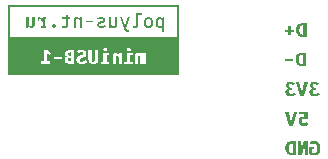
<source format=gbo>
G04 Layer_Color=32896*
%FSLAX23Y23*%
%MOIN*%
G70*
G01*
G75*
%ADD40R,0.571X0.010*%
%ADD41R,0.010X0.118*%
G36*
X1646Y266D02*
X1632D01*
X1619Y312D01*
X1630D01*
X1639Y274D01*
X1647Y312D01*
X1659D01*
X1646Y266D01*
D02*
G37*
G36*
X1603Y313D02*
X1604Y313D01*
X1606Y312D01*
X1607Y312D01*
X1609Y312D01*
X1610Y311D01*
X1611Y310D01*
X1612Y310D01*
X1613Y309D01*
X1614Y309D01*
X1615Y308D01*
X1616Y308D01*
X1616Y307D01*
X1616Y307D01*
X1617Y307D01*
X1617Y307D01*
X1611Y301D01*
X1611Y302D01*
X1610Y302D01*
X1609Y303D01*
X1608Y303D01*
X1607Y304D01*
X1607Y304D01*
X1605Y305D01*
X1604Y305D01*
X1603Y305D01*
X1603Y305D01*
X1603Y305D01*
X1602D01*
X1601Y305D01*
X1600Y305D01*
X1599Y305D01*
X1599Y304D01*
X1598Y304D01*
X1598Y304D01*
X1597Y304D01*
X1597Y304D01*
X1597Y303D01*
X1596Y302D01*
X1596Y302D01*
X1596Y301D01*
X1595Y300D01*
X1595Y300D01*
Y300D01*
Y300D01*
X1595Y298D01*
X1596Y298D01*
X1596Y297D01*
X1596Y296D01*
X1597Y296D01*
X1597Y295D01*
X1597Y295D01*
X1597Y295D01*
X1598Y294D01*
X1599Y294D01*
X1600Y294D01*
X1601Y294D01*
X1601Y294D01*
X1602Y293D01*
X1605D01*
X1607Y286D01*
X1602D01*
X1601Y286D01*
X1600Y286D01*
X1599Y286D01*
X1598Y285D01*
X1597Y285D01*
X1596Y284D01*
X1596Y283D01*
X1596Y283D01*
X1595Y282D01*
X1595Y282D01*
X1595Y281D01*
X1595Y280D01*
X1595Y280D01*
X1595Y280D01*
Y279D01*
Y279D01*
X1595Y278D01*
X1595Y277D01*
X1595Y276D01*
X1596Y276D01*
X1596Y275D01*
X1596Y275D01*
X1597Y274D01*
X1597Y274D01*
X1598Y274D01*
X1598Y273D01*
X1599Y273D01*
X1600Y273D01*
X1601Y273D01*
X1602Y273D01*
X1602D01*
X1603Y273D01*
X1604Y273D01*
X1605Y273D01*
X1606Y273D01*
X1608Y274D01*
X1609Y274D01*
X1609Y275D01*
X1610Y275D01*
X1610Y276D01*
X1611Y276D01*
X1611Y276D01*
X1612Y277D01*
X1612Y277D01*
X1612Y277D01*
X1612Y277D01*
X1618Y271D01*
X1617Y270D01*
X1616Y269D01*
X1614Y268D01*
X1613Y268D01*
X1612Y267D01*
X1611Y267D01*
X1611Y267D01*
X1611Y266D01*
X1611Y266D01*
X1611D01*
X1609Y266D01*
X1608Y265D01*
X1606Y265D01*
X1605Y265D01*
X1603Y265D01*
X1603D01*
X1602Y265D01*
X1602D01*
X1600Y265D01*
X1598Y265D01*
X1596Y265D01*
X1595Y265D01*
X1594Y266D01*
X1594Y266D01*
X1593Y266D01*
X1593Y266D01*
X1593Y266D01*
X1592Y266D01*
X1592Y266D01*
X1592D01*
X1591Y267D01*
X1589Y268D01*
X1588Y269D01*
X1588Y270D01*
X1587Y270D01*
X1586Y271D01*
X1586Y271D01*
X1586Y271D01*
Y271D01*
X1585Y273D01*
X1585Y274D01*
X1584Y275D01*
X1584Y276D01*
X1584Y277D01*
X1584Y278D01*
Y278D01*
Y278D01*
Y279D01*
Y279D01*
X1584Y280D01*
X1584Y282D01*
X1585Y283D01*
X1585Y285D01*
X1586Y286D01*
X1587Y287D01*
X1588Y287D01*
X1589Y288D01*
X1590Y289D01*
X1591Y289D01*
X1592Y289D01*
X1593Y290D01*
X1594Y290D01*
X1594Y290D01*
X1595Y290D01*
X1595D01*
X1593Y291D01*
X1592Y291D01*
X1591Y292D01*
X1590Y293D01*
X1589Y293D01*
X1588Y294D01*
X1588Y294D01*
X1588Y294D01*
X1587Y295D01*
X1586Y296D01*
X1586Y298D01*
X1586Y299D01*
X1585Y300D01*
X1585Y300D01*
X1585Y301D01*
Y301D01*
Y301D01*
Y301D01*
X1585Y302D01*
X1585Y303D01*
X1586Y304D01*
X1586Y305D01*
X1587Y306D01*
X1587Y307D01*
X1587Y307D01*
X1587Y307D01*
X1588Y308D01*
X1589Y309D01*
X1590Y310D01*
X1591Y310D01*
X1591Y311D01*
X1592Y311D01*
X1592Y311D01*
X1592Y311D01*
X1593Y311D01*
X1593D01*
X1594Y312D01*
X1595Y312D01*
X1597Y313D01*
X1598Y313D01*
X1599Y313D01*
X1600D01*
X1600Y313D01*
X1601D01*
X1603Y313D01*
D02*
G37*
G36*
X1054Y493D02*
X1051D01*
X1052Y492D01*
X1052Y491D01*
X1052Y490D01*
X1053Y490D01*
X1053Y489D01*
X1053Y489D01*
X1054Y489D01*
X1054Y489D01*
X1054Y488D01*
X1055Y488D01*
X1055Y487D01*
X1056Y487D01*
X1056Y486D01*
X1057Y486D01*
X1057Y486D01*
X1057Y486D01*
X1058Y486D01*
X1059Y485D01*
X1060Y485D01*
X1060Y485D01*
X1061Y485D01*
X1062Y484D01*
X1062Y484D01*
X1062Y484D01*
X1062D01*
X1062Y479D01*
X1060Y479D01*
X1059Y479D01*
X1058Y479D01*
X1057Y480D01*
X1056Y480D01*
X1055Y480D01*
X1054Y481D01*
X1053Y481D01*
X1053Y482D01*
X1052Y482D01*
X1052Y482D01*
X1051Y482D01*
X1051Y483D01*
X1051Y483D01*
X1051Y483D01*
X1051Y483D01*
X1049Y484D01*
X1048Y486D01*
X1047Y488D01*
X1046Y489D01*
X1046Y490D01*
X1045Y491D01*
X1045Y491D01*
X1045Y492D01*
X1045Y492D01*
X1045Y493D01*
X1045Y493D01*
Y493D01*
X1033Y528D01*
X1040D01*
X1049Y498D01*
X1058Y528D01*
X1066D01*
X1054Y493D01*
D02*
G37*
G36*
X943Y511D02*
X919D01*
Y517D01*
X943D01*
Y511D01*
D02*
G37*
G36*
X1683Y313D02*
X1684Y313D01*
X1686Y312D01*
X1687Y312D01*
X1689Y312D01*
X1690Y311D01*
X1691Y310D01*
X1692Y310D01*
X1693Y309D01*
X1694Y309D01*
X1695Y308D01*
X1696Y308D01*
X1696Y307D01*
X1696Y307D01*
X1697Y307D01*
X1697Y307D01*
X1691Y301D01*
X1690Y302D01*
X1690Y302D01*
X1689Y303D01*
X1688Y303D01*
X1687Y304D01*
X1687Y304D01*
X1685Y305D01*
X1684Y305D01*
X1683Y305D01*
X1683Y305D01*
X1683Y305D01*
X1682D01*
X1681Y305D01*
X1680Y305D01*
X1679Y305D01*
X1679Y304D01*
X1678Y304D01*
X1678Y304D01*
X1677Y304D01*
X1677Y304D01*
X1677Y303D01*
X1676Y302D01*
X1676Y302D01*
X1676Y301D01*
X1675Y300D01*
X1675Y300D01*
Y300D01*
Y300D01*
X1675Y298D01*
X1676Y298D01*
X1676Y297D01*
X1676Y296D01*
X1677Y296D01*
X1677Y295D01*
X1677Y295D01*
X1677Y295D01*
X1678Y294D01*
X1679Y294D01*
X1680Y294D01*
X1680Y294D01*
X1681Y294D01*
X1682Y293D01*
X1685D01*
X1686Y286D01*
X1682D01*
X1681Y286D01*
X1680Y286D01*
X1679Y286D01*
X1678Y285D01*
X1677Y285D01*
X1676Y284D01*
X1676Y283D01*
X1675Y283D01*
X1675Y282D01*
X1675Y282D01*
X1675Y281D01*
X1675Y280D01*
X1675Y280D01*
X1674Y280D01*
Y279D01*
Y279D01*
X1675Y278D01*
X1675Y277D01*
X1675Y276D01*
X1676Y276D01*
X1676Y275D01*
X1676Y275D01*
X1677Y274D01*
X1677Y274D01*
X1677Y274D01*
X1678Y273D01*
X1679Y273D01*
X1680Y273D01*
X1681Y273D01*
X1682Y273D01*
X1682D01*
X1683Y273D01*
X1684Y273D01*
X1685Y273D01*
X1686Y273D01*
X1688Y274D01*
X1689Y274D01*
X1689Y275D01*
X1690Y275D01*
X1690Y276D01*
X1691Y276D01*
X1691Y276D01*
X1691Y277D01*
X1692Y277D01*
X1692Y277D01*
X1692Y277D01*
X1698Y271D01*
X1697Y270D01*
X1695Y269D01*
X1694Y268D01*
X1693Y268D01*
X1692Y267D01*
X1691Y267D01*
X1691Y267D01*
X1691Y266D01*
X1691Y266D01*
X1691D01*
X1689Y266D01*
X1688Y265D01*
X1686Y265D01*
X1685Y265D01*
X1683Y265D01*
X1683D01*
X1682Y265D01*
X1682D01*
X1680Y265D01*
X1678Y265D01*
X1676Y265D01*
X1675Y265D01*
X1674Y266D01*
X1674Y266D01*
X1673Y266D01*
X1673Y266D01*
X1672Y266D01*
X1672Y266D01*
X1672Y266D01*
X1672D01*
X1671Y267D01*
X1669Y268D01*
X1668Y269D01*
X1667Y270D01*
X1667Y270D01*
X1666Y271D01*
X1666Y271D01*
X1666Y271D01*
Y271D01*
X1665Y273D01*
X1665Y274D01*
X1664Y275D01*
X1664Y276D01*
X1664Y277D01*
X1664Y278D01*
Y278D01*
Y278D01*
Y279D01*
Y279D01*
X1664Y280D01*
X1664Y282D01*
X1665Y283D01*
X1665Y285D01*
X1666Y286D01*
X1667Y287D01*
X1668Y287D01*
X1669Y288D01*
X1670Y289D01*
X1671Y289D01*
X1672Y289D01*
X1673Y290D01*
X1674Y290D01*
X1674Y290D01*
X1674Y290D01*
X1675D01*
X1673Y291D01*
X1672Y291D01*
X1670Y292D01*
X1669Y293D01*
X1669Y293D01*
X1668Y294D01*
X1668Y294D01*
X1668Y294D01*
X1667Y295D01*
X1666Y296D01*
X1666Y298D01*
X1665Y299D01*
X1665Y300D01*
X1665Y300D01*
X1665Y301D01*
Y301D01*
Y301D01*
Y301D01*
X1665Y302D01*
X1665Y303D01*
X1666Y304D01*
X1666Y305D01*
X1666Y306D01*
X1667Y307D01*
X1667Y307D01*
X1667Y307D01*
X1668Y308D01*
X1669Y309D01*
X1670Y310D01*
X1670Y310D01*
X1671Y311D01*
X1672Y311D01*
X1672Y311D01*
X1672Y311D01*
X1672Y311D01*
X1673D01*
X1674Y312D01*
X1675Y312D01*
X1677Y313D01*
X1678Y313D01*
X1679Y313D01*
X1680D01*
X1680Y313D01*
X1681D01*
X1683Y313D01*
D02*
G37*
G36*
X1658Y69D02*
X1649D01*
Y86D01*
Y88D01*
X1649Y90D01*
X1649Y92D01*
X1649Y93D01*
X1649Y94D01*
X1650Y94D01*
Y95D01*
X1650Y95D01*
Y96D01*
X1650Y96D01*
Y96D01*
Y96D01*
X1650Y98D01*
X1650Y100D01*
X1650Y101D01*
X1650Y103D01*
X1650Y103D01*
X1651Y104D01*
X1651Y105D01*
X1651Y105D01*
X1651Y105D01*
X1651Y106D01*
Y106D01*
Y106D01*
X1639Y69D01*
X1625D01*
Y115D01*
X1635D01*
Y97D01*
X1635Y94D01*
X1634Y90D01*
X1634Y89D01*
X1634Y87D01*
X1634Y86D01*
X1634Y84D01*
X1634Y83D01*
X1634Y82D01*
X1633Y81D01*
X1633Y80D01*
X1633Y79D01*
X1633Y78D01*
X1633Y78D01*
Y78D01*
X1645Y115D01*
X1658D01*
Y69D01*
D02*
G37*
G36*
X1653Y364D02*
X1641D01*
X1639Y364D01*
X1637Y364D01*
X1635Y365D01*
X1633Y365D01*
X1632Y366D01*
X1630Y366D01*
X1629Y367D01*
X1628Y368D01*
X1627Y369D01*
X1626Y369D01*
X1625Y370D01*
X1624Y371D01*
X1623Y372D01*
X1622Y374D01*
X1622Y375D01*
X1621Y376D01*
X1620Y378D01*
X1619Y380D01*
X1619Y382D01*
X1619Y383D01*
X1619Y384D01*
X1618Y385D01*
X1618Y385D01*
X1618Y386D01*
Y386D01*
X1618Y387D01*
Y387D01*
Y387D01*
Y387D01*
X1618Y390D01*
X1619Y392D01*
X1619Y394D01*
X1619Y396D01*
X1620Y397D01*
X1620Y399D01*
X1621Y400D01*
X1621Y401D01*
X1622Y402D01*
X1623Y403D01*
X1623Y404D01*
X1624Y404D01*
X1624Y405D01*
X1624Y405D01*
X1625Y405D01*
X1625Y405D01*
X1626Y406D01*
X1627Y407D01*
X1629Y408D01*
X1630Y408D01*
X1631Y409D01*
X1633Y409D01*
X1634Y409D01*
X1635Y410D01*
X1637Y410D01*
X1638Y410D01*
X1639Y410D01*
X1640Y410D01*
X1640Y410D01*
X1653D01*
Y364D01*
D02*
G37*
G36*
X1619Y69D02*
X1606D01*
X1604Y69D01*
X1602Y69D01*
X1600Y69D01*
X1599Y70D01*
X1597Y70D01*
X1596Y71D01*
X1594Y72D01*
X1593Y72D01*
X1592Y73D01*
X1591Y74D01*
X1590Y75D01*
X1589Y76D01*
X1588Y77D01*
X1588Y78D01*
X1587Y79D01*
X1587Y80D01*
X1586Y83D01*
X1585Y85D01*
X1584Y87D01*
X1584Y88D01*
X1584Y88D01*
X1584Y89D01*
X1584Y90D01*
X1584Y91D01*
Y91D01*
X1584Y92D01*
Y92D01*
Y92D01*
Y92D01*
X1584Y94D01*
X1584Y97D01*
X1584Y99D01*
X1585Y100D01*
X1585Y102D01*
X1586Y103D01*
X1586Y105D01*
X1587Y106D01*
X1587Y107D01*
X1588Y108D01*
X1589Y108D01*
X1589Y109D01*
X1589Y109D01*
X1590Y110D01*
X1590Y110D01*
X1590Y110D01*
X1591Y111D01*
X1593Y112D01*
X1594Y112D01*
X1595Y113D01*
X1597Y113D01*
X1598Y114D01*
X1600Y114D01*
X1601Y114D01*
X1602Y115D01*
X1603Y115D01*
X1604Y115D01*
X1605Y115D01*
X1606Y115D01*
X1619D01*
Y69D01*
D02*
G37*
G36*
X1681Y116D02*
X1683Y116D01*
X1685Y115D01*
X1686Y115D01*
X1687Y115D01*
X1687Y114D01*
X1688Y114D01*
X1689Y114D01*
X1689Y114D01*
X1689Y114D01*
X1690Y113D01*
X1690Y113D01*
X1690Y113D01*
X1692Y112D01*
X1693Y111D01*
X1694Y109D01*
X1696Y108D01*
X1696Y107D01*
X1697Y106D01*
X1697Y106D01*
X1697Y106D01*
X1697Y105D01*
X1698Y105D01*
X1698Y105D01*
X1699Y103D01*
X1699Y101D01*
X1700Y99D01*
X1700Y97D01*
X1700Y96D01*
X1700Y95D01*
X1700Y94D01*
Y93D01*
X1700Y93D01*
Y92D01*
Y92D01*
Y92D01*
X1700Y90D01*
X1700Y88D01*
X1700Y86D01*
X1700Y84D01*
X1699Y83D01*
X1699Y81D01*
X1698Y80D01*
X1698Y78D01*
X1697Y77D01*
X1697Y76D01*
X1696Y76D01*
X1696Y75D01*
X1696Y75D01*
X1695Y74D01*
X1695Y74D01*
X1695Y74D01*
X1694Y73D01*
X1693Y72D01*
X1692Y71D01*
X1691Y70D01*
X1689Y70D01*
X1688Y69D01*
X1687Y69D01*
X1686Y68D01*
X1685Y68D01*
X1684Y68D01*
X1683Y68D01*
X1682Y68D01*
X1681D01*
X1681Y68D01*
X1680D01*
X1679Y68D01*
X1677Y68D01*
X1676Y68D01*
X1674Y68D01*
X1673Y69D01*
X1671Y69D01*
X1670Y70D01*
X1669Y70D01*
X1668Y70D01*
X1667Y71D01*
X1666Y71D01*
X1665Y72D01*
X1665Y72D01*
X1664Y72D01*
X1664Y72D01*
X1664Y72D01*
Y95D01*
X1681D01*
X1680Y88D01*
X1674D01*
Y77D01*
X1675Y77D01*
X1676Y76D01*
X1677Y76D01*
X1678Y76D01*
X1679Y76D01*
X1680Y76D01*
X1680D01*
X1681Y76D01*
X1682Y76D01*
X1683Y76D01*
X1684Y77D01*
X1685Y78D01*
X1686Y78D01*
X1687Y79D01*
X1687Y79D01*
X1687Y79D01*
Y79D01*
X1687Y80D01*
X1688Y81D01*
X1688Y82D01*
X1688Y83D01*
X1689Y85D01*
X1689Y87D01*
X1689Y88D01*
X1689Y89D01*
X1689Y90D01*
Y90D01*
X1689Y91D01*
Y92D01*
Y92D01*
Y92D01*
X1689Y93D01*
X1689Y95D01*
X1689Y96D01*
X1689Y97D01*
X1688Y98D01*
X1688Y99D01*
X1688Y100D01*
X1688Y101D01*
X1687Y102D01*
X1687Y102D01*
X1687Y103D01*
X1687Y103D01*
X1687Y104D01*
X1686Y104D01*
X1686Y104D01*
Y104D01*
X1686Y105D01*
X1685Y105D01*
X1684Y106D01*
X1684Y106D01*
X1683Y107D01*
X1683Y107D01*
X1681Y108D01*
X1680Y108D01*
X1680Y108D01*
X1679Y108D01*
X1679Y108D01*
X1678D01*
X1678Y108D01*
X1677Y108D01*
X1676Y108D01*
X1675Y108D01*
X1675Y108D01*
X1674Y107D01*
X1674Y107D01*
X1674Y107D01*
X1673Y107D01*
X1673Y106D01*
X1672Y106D01*
X1671Y106D01*
X1671Y105D01*
X1670Y105D01*
X1670Y105D01*
X1670Y104D01*
X1664Y110D01*
X1665Y111D01*
X1667Y112D01*
X1668Y113D01*
X1669Y114D01*
X1669Y114D01*
X1670Y114D01*
X1670Y114D01*
X1671Y115D01*
X1671Y115D01*
X1671D01*
X1672Y115D01*
X1673Y115D01*
X1675Y116D01*
X1676Y116D01*
X1677Y116D01*
X1678D01*
X1678Y116D01*
X1679D01*
X1681Y116D01*
D02*
G37*
G36*
X1105Y536D02*
X1094D01*
Y503D01*
X1094Y502D01*
X1094Y501D01*
X1094Y500D01*
X1093Y498D01*
X1093Y497D01*
X1092Y496D01*
X1092Y496D01*
X1092Y495D01*
X1092Y495D01*
X1092Y495D01*
Y495D01*
X1091Y495D01*
X1090Y494D01*
X1089Y493D01*
X1088Y493D01*
X1086Y493D01*
X1085Y492D01*
X1085Y492D01*
X1084D01*
X1084Y492D01*
X1083D01*
X1081Y492D01*
X1080Y492D01*
X1078Y493D01*
X1077Y493D01*
X1076Y493D01*
X1076Y494D01*
X1075Y494D01*
X1075Y494D01*
X1075Y494D01*
X1075Y494D01*
X1075Y494D01*
X1074D01*
X1076Y499D01*
X1077Y499D01*
X1078Y499D01*
X1079Y498D01*
X1080Y498D01*
X1081Y498D01*
X1081Y498D01*
X1082D01*
X1083Y498D01*
X1084Y498D01*
X1084Y498D01*
X1085Y499D01*
X1085Y499D01*
X1086Y499D01*
X1086Y500D01*
X1086Y500D01*
X1087Y501D01*
X1087Y502D01*
Y502D01*
X1087Y502D01*
Y502D01*
Y502D01*
Y542D01*
X1105D01*
Y536D01*
D02*
G37*
G36*
X972Y528D02*
X973Y528D01*
X974Y528D01*
X975Y528D01*
X976Y528D01*
X977Y527D01*
X977Y527D01*
X978Y527D01*
X979Y527D01*
X979Y526D01*
X979Y526D01*
X980Y526D01*
X980Y526D01*
X980Y526D01*
X980Y526D01*
X981Y525D01*
X981Y525D01*
X982Y524D01*
X982Y524D01*
X983Y523D01*
X983Y522D01*
X983Y521D01*
X984Y520D01*
X984Y520D01*
X984Y519D01*
X984Y519D01*
Y519D01*
Y519D01*
Y519D01*
X984Y518D01*
X984Y517D01*
X983Y516D01*
X983Y515D01*
X982Y514D01*
X982Y513D01*
X981Y513D01*
X981Y512D01*
X981Y512D01*
X980Y512D01*
X980Y511D01*
X978Y511D01*
X977Y510D01*
X976Y509D01*
X974Y509D01*
X974Y509D01*
X973Y509D01*
X973Y509D01*
X973Y508D01*
X972Y508D01*
X972D01*
X971Y508D01*
X970Y508D01*
X969Y507D01*
X968Y507D01*
X968Y507D01*
X967Y507D01*
X967Y507D01*
X967Y507D01*
X966Y506D01*
X966Y506D01*
X966Y506D01*
X965Y505D01*
X965Y505D01*
X965Y505D01*
X965Y505D01*
Y505D01*
X964Y504D01*
X964Y503D01*
X964Y503D01*
Y503D01*
Y502D01*
Y502D01*
X964Y502D01*
X964Y501D01*
X965Y500D01*
X965Y500D01*
X966Y500D01*
X966Y499D01*
X966Y499D01*
X966Y499D01*
X967Y499D01*
X968Y498D01*
X969Y498D01*
X970Y498D01*
X970Y498D01*
X971Y498D01*
X972D01*
X973Y498D01*
X974Y498D01*
X975Y498D01*
X975Y498D01*
X976Y498D01*
X977Y499D01*
X977Y499D01*
X977Y499D01*
X978Y499D01*
X979Y500D01*
X980Y500D01*
X981Y501D01*
X981Y501D01*
X982Y501D01*
X982Y501D01*
X982Y501D01*
X986Y497D01*
X985Y496D01*
X984Y495D01*
X982Y495D01*
X981Y494D01*
X980Y494D01*
X979Y493D01*
X978Y493D01*
X977Y493D01*
X976Y493D01*
X975Y492D01*
X974Y492D01*
X973Y492D01*
X972D01*
X972Y492D01*
X972D01*
X969Y492D01*
X967Y493D01*
X966Y493D01*
X965Y493D01*
X964Y493D01*
X964Y494D01*
X963Y494D01*
X962Y494D01*
X962Y494D01*
X962Y494D01*
X961Y495D01*
X961Y495D01*
X961Y495D01*
X961D01*
X960Y495D01*
X959Y496D01*
X959Y497D01*
X958Y497D01*
X958Y498D01*
X957Y499D01*
X957Y500D01*
X957Y501D01*
X956Y502D01*
X956Y502D01*
X956Y502D01*
Y503D01*
Y503D01*
Y503D01*
Y504D01*
X956Y505D01*
X957Y506D01*
X957Y507D01*
X958Y508D01*
X958Y509D01*
X959Y509D01*
X959Y510D01*
X959Y510D01*
X959D01*
X960Y510D01*
X960Y511D01*
X962Y511D01*
X963Y512D01*
X964Y513D01*
X966Y513D01*
X966Y513D01*
X967Y513D01*
X967Y514D01*
X967Y514D01*
X967Y514D01*
X968D01*
X969Y514D01*
X970Y514D01*
X971Y515D01*
X972Y515D01*
X972Y515D01*
X973Y515D01*
X973Y515D01*
X973D01*
X974Y516D01*
X974Y516D01*
X975Y516D01*
X975Y517D01*
X975Y517D01*
X975Y517D01*
X976Y517D01*
X976Y517D01*
X976Y517D01*
X976Y518D01*
X976Y518D01*
Y519D01*
X976Y519D01*
Y519D01*
Y519D01*
X976Y520D01*
X976Y520D01*
X976Y521D01*
X975Y521D01*
X975Y522D01*
X974Y522D01*
X973Y523D01*
X972Y523D01*
X971Y523D01*
X971Y523D01*
X970Y523D01*
X969D01*
X968Y523D01*
X966Y523D01*
X964Y522D01*
X963Y521D01*
X962Y521D01*
X962Y521D01*
X961Y521D01*
X961Y520D01*
X960Y520D01*
X960Y520D01*
X960Y520D01*
X960Y520D01*
X957Y525D01*
X958Y525D01*
X959Y526D01*
X960Y526D01*
X961Y527D01*
X962Y527D01*
X963Y528D01*
X965Y528D01*
X966Y528D01*
X967Y528D01*
X968Y528D01*
X969Y529D01*
X969Y529D01*
X970D01*
X972Y528D01*
D02*
G37*
G36*
X1129Y529D02*
X1130Y528D01*
X1132Y528D01*
X1133Y528D01*
X1134Y527D01*
X1135Y527D01*
X1136Y527D01*
X1136Y526D01*
X1137Y526D01*
X1138Y525D01*
X1138Y525D01*
X1139Y524D01*
X1139Y524D01*
X1139Y524D01*
X1139Y524D01*
X1139Y524D01*
X1140Y523D01*
X1141Y522D01*
X1141Y521D01*
X1142Y519D01*
X1142Y518D01*
X1142Y517D01*
X1143Y515D01*
X1143Y514D01*
X1143Y513D01*
X1143Y512D01*
X1143Y512D01*
X1143Y511D01*
Y511D01*
Y510D01*
Y510D01*
X1143Y509D01*
X1143Y507D01*
X1143Y506D01*
X1143Y505D01*
X1143Y503D01*
X1142Y502D01*
X1142Y501D01*
X1141Y500D01*
X1141Y500D01*
X1141Y499D01*
X1140Y498D01*
X1140Y498D01*
X1140Y497D01*
X1140Y497D01*
X1139Y497D01*
X1139Y497D01*
X1139Y496D01*
X1138Y495D01*
X1137Y495D01*
X1136Y494D01*
X1135Y494D01*
X1134Y493D01*
X1133Y493D01*
X1132Y493D01*
X1131Y493D01*
X1130Y492D01*
X1130Y492D01*
X1129Y492D01*
X1129D01*
X1128Y492D01*
X1128D01*
X1126Y492D01*
X1125Y492D01*
X1124Y493D01*
X1123Y493D01*
X1122Y493D01*
X1121Y494D01*
X1120Y494D01*
X1119Y495D01*
X1119Y495D01*
X1118Y496D01*
X1117Y496D01*
X1117Y496D01*
X1117Y497D01*
X1116Y497D01*
X1116Y497D01*
X1116Y497D01*
X1116Y498D01*
X1115Y499D01*
X1114Y500D01*
X1114Y501D01*
X1113Y502D01*
X1113Y503D01*
X1113Y506D01*
X1112Y507D01*
X1112Y508D01*
X1112Y508D01*
X1112Y509D01*
X1112Y510D01*
Y510D01*
Y510D01*
Y510D01*
X1112Y512D01*
X1112Y513D01*
X1113Y515D01*
X1113Y516D01*
X1113Y517D01*
X1113Y518D01*
X1114Y519D01*
X1114Y520D01*
X1115Y521D01*
X1115Y522D01*
X1115Y522D01*
X1116Y523D01*
X1116Y523D01*
X1116Y523D01*
X1116Y524D01*
X1116Y524D01*
X1117Y525D01*
X1118Y525D01*
X1119Y526D01*
X1120Y526D01*
X1121Y527D01*
X1122Y527D01*
X1123Y528D01*
X1123Y528D01*
X1124Y528D01*
X1125Y528D01*
X1126Y528D01*
X1126Y529D01*
X1127Y529D01*
X1128D01*
X1129Y529D01*
D02*
G37*
G36*
X1165D02*
X1166Y528D01*
X1167Y528D01*
X1168Y528D01*
X1169Y528D01*
X1169Y527D01*
X1170Y527D01*
X1170Y527D01*
X1171Y527D01*
X1171Y526D01*
X1172Y525D01*
X1173Y525D01*
X1173Y524D01*
X1174Y524D01*
X1174Y523D01*
X1174Y523D01*
X1175Y528D01*
X1181D01*
Y479D01*
X1174Y480D01*
Y496D01*
X1173Y495D01*
X1172Y495D01*
X1172Y494D01*
X1171Y494D01*
X1170Y493D01*
X1169Y493D01*
X1168Y493D01*
X1167Y492D01*
X1166Y492D01*
X1166Y492D01*
X1165Y492D01*
X1165D01*
X1164Y492D01*
X1163Y492D01*
X1162Y493D01*
X1161Y493D01*
X1160Y493D01*
X1159Y494D01*
X1158Y494D01*
X1158Y495D01*
X1157Y495D01*
X1156Y496D01*
X1156Y496D01*
X1156Y496D01*
X1155Y497D01*
X1155Y497D01*
X1155Y497D01*
X1155Y497D01*
X1154Y498D01*
X1154Y499D01*
X1153Y500D01*
X1153Y501D01*
X1152Y504D01*
X1152Y506D01*
X1152Y507D01*
X1152Y508D01*
X1152Y508D01*
X1152Y509D01*
X1151Y510D01*
Y510D01*
Y510D01*
Y510D01*
X1152Y512D01*
X1152Y514D01*
X1152Y515D01*
X1152Y516D01*
X1152Y518D01*
X1153Y519D01*
X1153Y520D01*
X1153Y521D01*
X1154Y522D01*
X1154Y523D01*
X1155Y523D01*
X1155Y524D01*
X1156Y525D01*
X1157Y525D01*
X1158Y526D01*
X1159Y527D01*
X1160Y528D01*
X1161Y528D01*
X1162Y528D01*
X1163Y528D01*
X1164Y529D01*
X1164Y529D01*
X1164D01*
X1165Y529D01*
D02*
G37*
G36*
X814Y505D02*
X815Y505D01*
X816Y504D01*
X816Y504D01*
X817Y504D01*
X817Y503D01*
X817Y503D01*
X817Y503D01*
X818Y502D01*
X818Y502D01*
X819Y501D01*
X819Y500D01*
X819Y499D01*
X819Y499D01*
Y499D01*
Y499D01*
X819Y498D01*
X819Y497D01*
X819Y496D01*
X818Y495D01*
X818Y495D01*
X818Y494D01*
X818Y494D01*
X817Y494D01*
X817Y493D01*
X816Y493D01*
X815Y493D01*
X814Y492D01*
X814Y492D01*
X813Y492D01*
X813D01*
X812Y492D01*
X811Y492D01*
X810Y493D01*
X810Y493D01*
X809Y493D01*
X809Y494D01*
X809Y494D01*
X808Y494D01*
X808Y495D01*
X807Y496D01*
X807Y496D01*
X807Y497D01*
X807Y498D01*
X807Y498D01*
Y498D01*
Y499D01*
X807Y499D01*
X807Y500D01*
X807Y501D01*
X808Y502D01*
X808Y502D01*
X808Y503D01*
X808Y503D01*
X808Y503D01*
X809Y504D01*
X810Y504D01*
X811Y504D01*
X811Y505D01*
X812Y505D01*
X813Y505D01*
X813D01*
X814Y505D01*
D02*
G37*
G36*
X764Y528D02*
X766Y528D01*
X767Y528D01*
X768Y527D01*
X769Y527D01*
X770Y527D01*
X770Y526D01*
X770Y526D01*
X770D01*
X771Y525D01*
X772Y524D01*
X773Y523D01*
X774Y522D01*
X774Y521D01*
X775Y520D01*
X775Y520D01*
X775Y520D01*
X775Y520D01*
Y520D01*
X776Y528D01*
X787D01*
Y522D01*
X782D01*
Y498D01*
X787D01*
Y493D01*
X768D01*
Y498D01*
X775D01*
Y511D01*
X774Y513D01*
X773Y515D01*
X773Y516D01*
X772Y517D01*
X771Y518D01*
X771Y519D01*
X771Y519D01*
X770Y519D01*
X769Y520D01*
X768Y521D01*
X767Y521D01*
X766Y522D01*
X765Y522D01*
X765Y522D01*
X764Y522D01*
X764D01*
Y515D01*
X759D01*
X758Y528D01*
X759Y528D01*
X760Y528D01*
X760Y528D01*
X761Y528D01*
X762Y528D01*
X762Y529D01*
X763D01*
X764Y528D01*
D02*
G37*
G36*
X1024Y503D02*
X1023Y501D01*
X1023Y499D01*
X1023Y498D01*
X1022Y497D01*
X1022Y496D01*
X1021Y495D01*
X1021Y495D01*
X1021Y495D01*
X1020Y494D01*
X1019Y493D01*
X1018Y493D01*
X1016Y492D01*
X1015Y492D01*
X1015Y492D01*
X1014D01*
X1014Y492D01*
X1014D01*
X1012Y492D01*
X1011Y492D01*
X1010Y493D01*
X1009Y493D01*
X1009Y493D01*
X1008Y493D01*
X1008Y493D01*
X1007Y494D01*
X1006Y494D01*
X1006Y495D01*
X1005Y495D01*
X1004Y496D01*
X1003Y497D01*
X1003Y497D01*
X1003Y497D01*
X1003Y497D01*
X1002Y493D01*
X996D01*
Y528D01*
X1003D01*
Y503D01*
X1004Y502D01*
X1004Y501D01*
X1005Y501D01*
X1005Y500D01*
X1006Y500D01*
X1006Y499D01*
X1007Y499D01*
X1007Y499D01*
X1008Y499D01*
X1008Y498D01*
X1009Y498D01*
X1010Y498D01*
X1010Y498D01*
X1011Y498D01*
X1011D01*
X1012Y498D01*
X1013Y498D01*
X1014Y498D01*
X1014Y498D01*
X1015Y499D01*
X1015Y499D01*
X1015Y499D01*
X1015Y499D01*
X1015Y500D01*
X1016Y500D01*
X1016Y501D01*
X1016Y502D01*
X1016Y502D01*
X1016Y503D01*
Y503D01*
Y503D01*
Y528D01*
X1024D01*
Y503D01*
D02*
G37*
G36*
X860Y535D02*
Y528D01*
X867D01*
Y522D01*
X860D01*
Y504D01*
X860Y503D01*
X859Y502D01*
X859Y500D01*
X859Y499D01*
X858Y497D01*
X857Y496D01*
X857Y496D01*
X857Y496D01*
X857Y496D01*
X857Y495D01*
X856Y495D01*
X856Y495D01*
X856Y495D01*
X855Y494D01*
X854Y493D01*
X852Y493D01*
X851Y493D01*
X849Y492D01*
X849Y492D01*
X848D01*
X848Y492D01*
X847D01*
X846Y492D01*
X845Y492D01*
X844Y492D01*
X843Y493D01*
X843Y493D01*
X842Y493D01*
X842Y493D01*
X842D01*
X841Y493D01*
X840Y493D01*
X839Y494D01*
X839Y494D01*
X838Y494D01*
X838Y495D01*
X837Y495D01*
X837Y495D01*
X840Y500D01*
X841Y499D01*
X842Y499D01*
X843Y498D01*
X844Y498D01*
X845Y498D01*
X846Y498D01*
X846D01*
X847Y498D01*
X848Y498D01*
X849Y498D01*
X850Y499D01*
X850Y499D01*
X851Y499D01*
X851Y499D01*
X851Y499D01*
X851Y500D01*
X852Y501D01*
X852Y501D01*
X852Y502D01*
X852Y503D01*
X852Y503D01*
Y503D01*
Y504D01*
Y522D01*
X841D01*
X841Y528D01*
X852D01*
Y536D01*
X860Y535D01*
D02*
G37*
G36*
X889Y529D02*
X890Y528D01*
X891Y528D01*
X892Y528D01*
X892Y528D01*
X893Y527D01*
X893Y527D01*
X893Y527D01*
X894D01*
X895Y527D01*
X896Y526D01*
X896Y525D01*
X897Y525D01*
X898Y524D01*
X898Y524D01*
X898Y523D01*
X899Y523D01*
X899Y528D01*
X905D01*
Y493D01*
X898D01*
Y518D01*
X898Y519D01*
X897Y519D01*
X896Y520D01*
X896Y521D01*
X895Y521D01*
X895Y521D01*
X895Y521D01*
X895Y521D01*
X894Y522D01*
X893Y522D01*
X892Y523D01*
X891Y523D01*
X891Y523D01*
X890Y523D01*
X890D01*
X889Y523D01*
X889Y523D01*
X888Y523D01*
X888Y523D01*
X887Y522D01*
X887Y522D01*
X887Y522D01*
X887Y522D01*
X886Y522D01*
X886Y521D01*
X886Y521D01*
X886Y520D01*
X886Y520D01*
X885Y520D01*
Y520D01*
X885Y519D01*
X885Y518D01*
X885Y517D01*
Y516D01*
X885Y516D01*
Y515D01*
Y515D01*
Y515D01*
Y515D01*
Y493D01*
X878D01*
Y518D01*
X878Y520D01*
X878Y522D01*
X879Y523D01*
X879Y524D01*
X879Y525D01*
X880Y525D01*
X880Y526D01*
X880Y526D01*
X881Y527D01*
X882Y527D01*
X884Y528D01*
X885Y528D01*
X886Y528D01*
X886Y529D01*
X887D01*
X887Y529D01*
X887D01*
X889Y529D01*
D02*
G37*
G36*
X748Y503D02*
X748Y501D01*
X748Y499D01*
X747Y498D01*
X747Y497D01*
X746Y496D01*
X746Y495D01*
X746Y495D01*
X746Y495D01*
X744Y494D01*
X743Y493D01*
X742Y493D01*
X741Y492D01*
X740Y492D01*
X739Y492D01*
X739D01*
X739Y492D01*
X738D01*
X737Y492D01*
X736Y492D01*
X735Y493D01*
X734Y493D01*
X733Y493D01*
X732Y493D01*
X732Y493D01*
X732Y494D01*
X731Y494D01*
X730Y495D01*
X729Y495D01*
X728Y496D01*
X728Y497D01*
X728Y497D01*
X727Y497D01*
X727Y497D01*
X727Y493D01*
X720D01*
Y528D01*
X728D01*
Y503D01*
X728Y502D01*
X729Y501D01*
X729Y501D01*
X730Y500D01*
X730Y500D01*
X731Y499D01*
X731Y499D01*
X731Y499D01*
X732Y499D01*
X733Y498D01*
X734Y498D01*
X734Y498D01*
X735Y498D01*
X735Y498D01*
X736D01*
X737Y498D01*
X737Y498D01*
X738Y498D01*
X739Y498D01*
X739Y499D01*
X739Y499D01*
X739Y499D01*
X740Y499D01*
X740Y500D01*
X740Y500D01*
X740Y501D01*
X741Y502D01*
X741Y502D01*
X741Y503D01*
Y503D01*
Y503D01*
Y528D01*
X748D01*
Y503D01*
D02*
G37*
G36*
X1609Y381D02*
X1584D01*
Y389D01*
X1609D01*
Y381D01*
D02*
G37*
G36*
X1655Y462D02*
X1642D01*
X1640Y463D01*
X1638Y463D01*
X1636Y463D01*
X1635Y463D01*
X1633Y464D01*
X1632Y465D01*
X1631Y465D01*
X1629Y466D01*
X1628Y467D01*
X1627Y468D01*
X1626Y469D01*
X1625Y470D01*
X1625Y471D01*
X1624Y472D01*
X1623Y473D01*
X1623Y474D01*
X1622Y476D01*
X1621Y478D01*
X1621Y480D01*
X1620Y481D01*
X1620Y482D01*
X1620Y483D01*
X1620Y484D01*
X1620Y484D01*
Y485D01*
X1620Y485D01*
Y486D01*
Y486D01*
Y486D01*
X1620Y488D01*
X1620Y490D01*
X1621Y492D01*
X1621Y494D01*
X1621Y496D01*
X1622Y497D01*
X1623Y499D01*
X1623Y500D01*
X1624Y501D01*
X1624Y502D01*
X1625Y502D01*
X1625Y503D01*
X1626Y503D01*
X1626Y504D01*
X1626Y504D01*
X1626Y504D01*
X1627Y505D01*
X1629Y505D01*
X1630Y506D01*
X1632Y507D01*
X1633Y507D01*
X1634Y507D01*
X1636Y508D01*
X1637Y508D01*
X1638Y508D01*
X1639Y508D01*
X1640Y509D01*
X1641Y509D01*
X1642Y509D01*
X1655D01*
Y462D01*
D02*
G37*
G36*
X1603Y487D02*
X1613D01*
Y479D01*
X1603D01*
Y469D01*
X1594D01*
Y479D01*
X1584D01*
Y487D01*
X1594D01*
Y498D01*
X1603D01*
Y487D01*
D02*
G37*
G36*
X1230Y336D02*
X659D01*
Y462D01*
X1230D01*
Y336D01*
D02*
G37*
G36*
X1611Y167D02*
X1597D01*
X1584Y213D01*
X1595D01*
X1604Y176D01*
X1612Y213D01*
X1624D01*
X1611Y167D01*
D02*
G37*
G36*
X1658Y189D02*
X1650D01*
X1649Y189D01*
X1648Y189D01*
X1647Y190D01*
X1647Y190D01*
X1646Y190D01*
X1645Y190D01*
X1645D01*
X1644Y190D01*
X1643Y190D01*
X1642Y189D01*
X1641Y189D01*
X1641Y188D01*
X1640Y188D01*
X1640Y187D01*
X1639Y186D01*
X1639Y185D01*
X1639Y185D01*
X1639Y184D01*
X1639Y183D01*
Y183D01*
X1639Y183D01*
Y182D01*
Y182D01*
X1639Y181D01*
X1639Y180D01*
X1639Y179D01*
X1640Y178D01*
X1640Y177D01*
X1640Y177D01*
X1641Y176D01*
X1641Y176D01*
X1642Y176D01*
X1643Y175D01*
X1644Y175D01*
X1644Y174D01*
X1645Y174D01*
X1646Y174D01*
X1646Y174D01*
X1647D01*
X1648Y174D01*
X1648Y174D01*
X1649Y174D01*
X1650Y175D01*
X1650Y175D01*
X1651Y175D01*
X1651Y175D01*
X1651Y175D01*
X1652Y176D01*
X1653Y176D01*
X1653Y177D01*
X1654Y177D01*
X1654Y178D01*
X1655Y178D01*
X1655Y178D01*
X1655Y179D01*
X1661Y173D01*
X1660Y172D01*
X1659Y171D01*
X1658Y170D01*
X1657Y169D01*
X1656Y169D01*
X1655Y168D01*
X1655Y168D01*
X1655Y168D01*
X1655Y168D01*
X1655D01*
X1653Y167D01*
X1652Y167D01*
X1650Y167D01*
X1649Y166D01*
X1648Y166D01*
X1647D01*
X1647Y166D01*
X1646D01*
X1644Y166D01*
X1642Y166D01*
X1640Y167D01*
X1639Y167D01*
X1638Y167D01*
X1638Y167D01*
X1637Y168D01*
X1637Y168D01*
X1637Y168D01*
X1637Y168D01*
X1636Y168D01*
X1636D01*
X1635Y169D01*
X1634Y170D01*
X1632Y171D01*
X1632Y172D01*
X1631Y173D01*
X1630Y173D01*
X1630Y174D01*
X1630Y174D01*
X1630Y174D01*
Y174D01*
X1629Y175D01*
X1629Y177D01*
X1628Y178D01*
X1628Y180D01*
X1628Y181D01*
X1628Y181D01*
X1628Y182D01*
Y182D01*
Y182D01*
Y182D01*
Y182D01*
X1628Y184D01*
X1628Y186D01*
X1628Y187D01*
X1629Y188D01*
X1629Y189D01*
X1629Y190D01*
X1629Y190D01*
X1629Y190D01*
X1629Y190D01*
Y190D01*
X1630Y192D01*
X1631Y193D01*
X1632Y193D01*
X1632Y194D01*
X1633Y195D01*
X1634Y195D01*
X1634Y195D01*
X1634Y196D01*
X1634D01*
X1635Y196D01*
X1636Y197D01*
X1637Y197D01*
X1638Y197D01*
X1639Y197D01*
X1640Y197D01*
X1641D01*
X1642Y197D01*
X1643Y197D01*
X1644Y197D01*
X1645Y197D01*
X1646Y196D01*
X1647Y196D01*
X1647Y196D01*
X1647Y196D01*
X1647Y196D01*
X1647D01*
Y206D01*
X1631D01*
X1629Y213D01*
X1658D01*
Y189D01*
D02*
G37*
%LPC*%
G36*
X1642Y402D02*
X1640D01*
X1639Y402D01*
X1638Y402D01*
X1636Y402D01*
X1635Y401D01*
X1634Y401D01*
X1633Y400D01*
X1633Y400D01*
X1632Y399D01*
X1632Y399D01*
Y399D01*
X1632Y398D01*
X1631Y398D01*
X1631Y397D01*
X1631Y396D01*
X1630Y394D01*
X1630Y392D01*
X1630Y391D01*
X1630Y390D01*
X1630Y389D01*
Y389D01*
X1630Y388D01*
Y388D01*
Y387D01*
Y387D01*
Y386D01*
X1630Y384D01*
X1630Y383D01*
X1630Y382D01*
X1630Y381D01*
X1630Y380D01*
X1631Y379D01*
X1631Y378D01*
X1631Y378D01*
X1631Y377D01*
X1632Y376D01*
X1632Y376D01*
X1632Y376D01*
X1632Y376D01*
X1632Y375D01*
Y375D01*
X1633Y375D01*
X1633Y374D01*
X1634Y374D01*
X1634Y373D01*
X1636Y373D01*
X1637Y372D01*
X1638Y372D01*
X1638Y372D01*
X1639Y372D01*
X1639Y372D01*
X1642D01*
Y402D01*
D02*
G37*
G36*
X1608Y107D02*
X1605D01*
X1604Y107D01*
X1604Y107D01*
X1602Y107D01*
X1601Y106D01*
X1600Y105D01*
X1599Y105D01*
X1598Y104D01*
X1598Y104D01*
X1598Y104D01*
Y104D01*
X1597Y103D01*
X1597Y102D01*
X1596Y102D01*
X1596Y101D01*
X1596Y99D01*
X1595Y97D01*
X1595Y96D01*
X1595Y95D01*
X1595Y94D01*
Y94D01*
X1595Y93D01*
Y93D01*
Y92D01*
Y92D01*
Y91D01*
X1595Y89D01*
X1595Y88D01*
X1595Y87D01*
X1596Y86D01*
X1596Y85D01*
X1596Y84D01*
X1596Y83D01*
X1597Y82D01*
X1597Y82D01*
X1597Y81D01*
X1597Y81D01*
X1597Y81D01*
X1598Y80D01*
X1598Y80D01*
Y80D01*
X1598Y80D01*
X1599Y79D01*
X1599Y79D01*
X1600Y78D01*
X1601Y78D01*
X1602Y77D01*
X1604Y77D01*
X1604Y77D01*
X1604Y77D01*
X1605Y77D01*
X1608D01*
Y107D01*
D02*
G37*
G36*
X1128Y523D02*
X1127D01*
X1126Y523D01*
X1125Y522D01*
X1124Y522D01*
X1123Y521D01*
X1123Y521D01*
X1122Y520D01*
X1122Y520D01*
X1122Y520D01*
Y520D01*
X1122Y519D01*
X1121Y519D01*
X1121Y517D01*
X1120Y516D01*
X1120Y514D01*
X1120Y513D01*
X1120Y512D01*
X1120Y511D01*
Y511D01*
Y511D01*
Y510D01*
Y510D01*
Y509D01*
X1120Y508D01*
X1120Y507D01*
X1120Y506D01*
X1120Y505D01*
X1120Y505D01*
X1121Y504D01*
X1121Y503D01*
X1121Y503D01*
X1121Y502D01*
X1121Y502D01*
X1122Y501D01*
X1122Y501D01*
X1122Y501D01*
X1122Y501D01*
Y501D01*
X1122Y500D01*
X1123Y500D01*
X1124Y499D01*
X1125Y499D01*
X1126Y498D01*
X1126Y498D01*
X1127Y498D01*
X1127Y498D01*
X1128D01*
X1129Y498D01*
X1129Y498D01*
X1130Y498D01*
X1131Y499D01*
X1132Y499D01*
X1133Y500D01*
X1133Y500D01*
X1134Y501D01*
X1134Y501D01*
X1134Y501D01*
X1134Y502D01*
X1135Y504D01*
X1135Y505D01*
X1135Y507D01*
X1136Y508D01*
X1136Y509D01*
Y509D01*
X1136Y510D01*
Y510D01*
Y510D01*
Y510D01*
Y512D01*
X1136Y513D01*
X1136Y514D01*
X1135Y514D01*
X1135Y515D01*
X1135Y516D01*
X1135Y517D01*
X1135Y517D01*
X1135Y518D01*
X1134Y518D01*
X1134Y519D01*
X1134Y519D01*
X1134Y519D01*
X1134Y520D01*
X1134Y520D01*
Y520D01*
X1133Y520D01*
X1133Y521D01*
X1132Y522D01*
X1131Y522D01*
X1130Y522D01*
X1129Y523D01*
X1128Y523D01*
X1128Y523D01*
D02*
G37*
G36*
X1167Y523D02*
X1165D01*
X1165Y523D01*
X1164Y522D01*
X1163Y522D01*
X1162Y521D01*
X1162Y521D01*
X1161Y520D01*
X1161Y520D01*
X1161Y520D01*
Y520D01*
X1161Y519D01*
X1160Y519D01*
X1160Y517D01*
X1160Y516D01*
X1159Y514D01*
X1159Y513D01*
Y512D01*
X1159Y511D01*
Y511D01*
Y511D01*
Y510D01*
Y510D01*
Y509D01*
X1159Y508D01*
X1159Y507D01*
X1159Y506D01*
X1160Y505D01*
X1160Y505D01*
X1160Y504D01*
X1160Y503D01*
X1160Y503D01*
X1161Y502D01*
X1161Y502D01*
X1161Y501D01*
X1161Y501D01*
X1161Y501D01*
X1161Y501D01*
Y501D01*
X1162Y500D01*
X1162Y500D01*
X1163Y499D01*
X1164Y499D01*
X1165Y498D01*
X1166Y498D01*
X1166Y498D01*
X1166Y498D01*
X1167D01*
X1168Y498D01*
X1168Y498D01*
X1169Y498D01*
X1170Y498D01*
X1171Y499D01*
X1172Y500D01*
X1173Y501D01*
X1173Y501D01*
X1173Y501D01*
X1174Y502D01*
X1174Y502D01*
Y502D01*
Y518D01*
X1173Y519D01*
X1173Y519D01*
X1172Y520D01*
X1171Y521D01*
X1171Y521D01*
X1171Y521D01*
X1170Y521D01*
X1170Y522D01*
X1170Y522D01*
X1169Y522D01*
X1168Y523D01*
X1167Y523D01*
X1167Y523D01*
X1167Y523D01*
D02*
G37*
G36*
X1644Y501D02*
X1641D01*
X1640Y501D01*
X1640Y501D01*
X1638Y500D01*
X1637Y500D01*
X1636Y499D01*
X1635Y499D01*
X1634Y498D01*
X1634Y498D01*
X1634Y498D01*
Y498D01*
X1633Y497D01*
X1633Y496D01*
X1633Y495D01*
X1632Y494D01*
X1632Y492D01*
X1632Y490D01*
X1631Y490D01*
X1631Y489D01*
X1631Y488D01*
Y487D01*
X1631Y487D01*
Y486D01*
Y486D01*
Y486D01*
Y484D01*
X1631Y483D01*
X1631Y482D01*
X1632Y480D01*
X1632Y479D01*
X1632Y478D01*
X1632Y477D01*
X1632Y477D01*
X1633Y476D01*
X1633Y475D01*
X1633Y475D01*
X1633Y474D01*
X1634Y474D01*
X1634Y474D01*
X1634Y474D01*
Y474D01*
X1634Y473D01*
X1635Y473D01*
X1635Y472D01*
X1636Y472D01*
X1637Y471D01*
X1639Y471D01*
X1640Y471D01*
X1640Y471D01*
X1641Y470D01*
X1641Y470D01*
X1644D01*
Y501D01*
D02*
G37*
G36*
X839Y397D02*
X813D01*
Y389D01*
X839D01*
Y397D01*
D02*
G37*
G36*
X961Y418D02*
X950D01*
Y392D01*
Y392D01*
Y392D01*
Y392D01*
Y391D01*
Y391D01*
Y391D01*
X950Y390D01*
X950Y388D01*
X950Y387D01*
X950Y386D01*
X950Y385D01*
Y385D01*
X950Y385D01*
X950Y384D01*
X949Y384D01*
X949Y383D01*
X949Y382D01*
X948Y382D01*
X948Y381D01*
X948Y381D01*
X948Y381D01*
X947Y381D01*
X947Y380D01*
X946Y380D01*
X946Y380D01*
X945Y380D01*
X944Y380D01*
X944D01*
X943Y380D01*
X943Y380D01*
X942Y380D01*
X941Y380D01*
X941Y381D01*
X940Y381D01*
X940Y381D01*
X940Y381D01*
X940Y382D01*
X940Y382D01*
X939Y383D01*
X939Y383D01*
X939Y384D01*
X938Y385D01*
Y385D01*
X938Y386D01*
X938Y386D01*
X938Y387D01*
X938Y388D01*
X938Y389D01*
X938Y391D01*
Y392D01*
Y418D01*
X927D01*
Y388D01*
Y388D01*
Y388D01*
Y388D01*
Y387D01*
X927Y387D01*
Y386D01*
X927Y385D01*
X928Y384D01*
X928Y383D01*
X928Y381D01*
X929Y380D01*
Y380D01*
X929Y380D01*
X929Y379D01*
X929Y379D01*
X930Y378D01*
X930Y378D01*
X931Y377D01*
X932Y376D01*
X933Y375D01*
X935Y374D01*
X935D01*
X935Y374D01*
X935Y374D01*
X935Y374D01*
X936Y373D01*
X936Y373D01*
X937Y373D01*
X937Y373D01*
X939Y372D01*
X940Y372D01*
X942Y372D01*
X944Y372D01*
X945D01*
X945Y372D01*
X946Y372D01*
X947Y372D01*
X948Y372D01*
X949Y372D01*
X951Y373D01*
X952Y373D01*
X953Y374D01*
X954Y374D01*
X955Y375D01*
X956Y375D01*
X957Y376D01*
X957Y376D01*
X957Y376D01*
X957Y377D01*
X957Y377D01*
X958Y377D01*
X958Y378D01*
X958Y379D01*
X959Y379D01*
X959Y380D01*
X960Y381D01*
X960Y382D01*
X960Y383D01*
X961Y384D01*
X961Y385D01*
X961Y387D01*
X961Y388D01*
Y418D01*
D02*
G37*
G36*
X983Y426D02*
X983D01*
X983Y426D01*
X982Y426D01*
X981Y426D01*
X980Y425D01*
X980Y425D01*
X979Y424D01*
X979Y424D01*
X979Y424D01*
X979Y424D01*
X978Y423D01*
X978Y423D01*
X978Y422D01*
X977Y421D01*
X977Y420D01*
Y420D01*
Y420D01*
X977Y419D01*
X978Y419D01*
X978Y418D01*
X978Y417D01*
X978Y417D01*
X979Y416D01*
X979Y416D01*
X979Y416D01*
X980Y415D01*
X980Y415D01*
X981Y415D01*
X982Y415D01*
X983Y414D01*
X983Y414D01*
X984D01*
X984Y414D01*
X985Y414D01*
X986Y415D01*
X987Y415D01*
X987Y415D01*
X988Y416D01*
X988Y416D01*
X988Y416D01*
X988Y417D01*
X989Y417D01*
X989Y418D01*
X989Y418D01*
X990Y419D01*
X990Y420D01*
Y420D01*
Y421D01*
X990Y421D01*
X989Y422D01*
X989Y422D01*
X989Y423D01*
X989Y424D01*
X988Y424D01*
X988Y424D01*
X988Y425D01*
X987Y425D01*
X987Y425D01*
X986Y425D01*
X985Y426D01*
X984Y426D01*
X983Y426D01*
D02*
G37*
G36*
X1062D02*
X1062D01*
X1061Y426D01*
X1061Y426D01*
X1060Y426D01*
X1059Y425D01*
X1058Y425D01*
X1058Y424D01*
X1058Y424D01*
X1058Y424D01*
X1057Y424D01*
X1057Y423D01*
X1057Y423D01*
X1056Y422D01*
X1056Y421D01*
X1056Y420D01*
Y420D01*
Y420D01*
X1056Y419D01*
X1056Y419D01*
X1056Y418D01*
X1057Y417D01*
X1057Y417D01*
X1058Y416D01*
X1058Y416D01*
X1058Y416D01*
X1058Y415D01*
X1059Y415D01*
X1060Y415D01*
X1060Y415D01*
X1061Y414D01*
X1062Y414D01*
X1063D01*
X1063Y414D01*
X1064Y414D01*
X1064Y415D01*
X1065Y415D01*
X1066Y415D01*
X1067Y416D01*
X1067Y416D01*
X1067Y416D01*
X1067Y417D01*
X1068Y417D01*
X1068Y418D01*
X1068Y418D01*
X1068Y419D01*
X1068Y420D01*
Y420D01*
Y421D01*
X1068Y421D01*
X1068Y422D01*
X1068Y422D01*
X1068Y423D01*
X1067Y424D01*
X1067Y424D01*
X1067Y424D01*
X1066Y425D01*
X1066Y425D01*
X1065Y425D01*
X1065Y425D01*
X1064Y426D01*
X1063Y426D01*
X1062Y426D01*
D02*
G37*
G36*
X788Y418D02*
X779D01*
Y381D01*
X770D01*
Y373D01*
X800D01*
Y381D01*
X789D01*
Y408D01*
X798Y402D01*
X802Y409D01*
X788Y418D01*
D02*
G37*
G36*
X1104Y409D02*
X1104D01*
X1103Y409D01*
X1103Y409D01*
X1102Y409D01*
X1102Y408D01*
X1101Y408D01*
X1100Y408D01*
X1100Y408D01*
X1100Y408D01*
X1100Y407D01*
X1100Y407D01*
X1099Y407D01*
X1099Y406D01*
X1099Y406D01*
X1098Y405D01*
X1098Y405D01*
X1098Y405D01*
X1098Y405D01*
X1098Y405D01*
X1098Y406D01*
X1097Y406D01*
X1096Y407D01*
X1095Y408D01*
X1094Y408D01*
X1093Y409D01*
X1092Y409D01*
X1092Y409D01*
X1091Y409D01*
X1090D01*
X1090Y409D01*
X1090Y409D01*
X1089Y409D01*
X1088Y408D01*
X1087Y408D01*
X1086Y407D01*
X1085Y406D01*
X1085Y406D01*
X1085Y406D01*
X1085Y405D01*
X1084Y405D01*
X1084Y403D01*
X1084Y402D01*
X1084Y401D01*
X1084Y401D01*
X1084Y400D01*
Y399D01*
Y373D01*
X1092D01*
Y398D01*
Y398D01*
Y398D01*
Y398D01*
X1093Y399D01*
X1093Y399D01*
X1093Y400D01*
X1093Y400D01*
Y400D01*
X1093Y400D01*
X1093Y401D01*
X1094Y401D01*
X1094Y401D01*
X1094D01*
X1094Y401D01*
X1095Y401D01*
X1095Y401D01*
X1096Y400D01*
X1096Y400D01*
X1097Y399D01*
X1098Y399D01*
Y373D01*
X1105D01*
Y398D01*
Y398D01*
Y398D01*
Y398D01*
X1105Y399D01*
X1105Y399D01*
X1105Y400D01*
X1105Y400D01*
Y400D01*
X1106Y400D01*
X1106Y401D01*
X1106Y401D01*
X1106Y401D01*
X1107D01*
X1107Y401D01*
X1107Y401D01*
X1108Y401D01*
X1109Y400D01*
X1109Y400D01*
X1110Y399D01*
X1110Y399D01*
Y373D01*
X1119D01*
Y408D01*
X1112D01*
X1111Y404D01*
X1111Y405D01*
X1111Y405D01*
X1110Y405D01*
X1110Y406D01*
X1110Y406D01*
X1109Y407D01*
X1108Y407D01*
X1108Y408D01*
X1108Y408D01*
X1107Y408D01*
X1107Y408D01*
X1107Y408D01*
X1106Y409D01*
X1105Y409D01*
X1105Y409D01*
X1104Y409D01*
D02*
G37*
G36*
X904Y420D02*
X904D01*
X903Y419D01*
X902D01*
X902Y419D01*
X901Y419D01*
X900Y419D01*
X898Y419D01*
X897Y419D01*
X896Y418D01*
X894Y418D01*
X893Y417D01*
X892Y416D01*
X890Y416D01*
X889Y415D01*
X888Y414D01*
X893Y408D01*
X893Y408D01*
X893Y408D01*
X894Y408D01*
X894Y409D01*
X895Y409D01*
X896Y410D01*
X897Y410D01*
X898Y411D01*
X898Y411D01*
X898Y411D01*
X899Y411D01*
X900Y411D01*
X900Y411D01*
X901Y411D01*
X902Y412D01*
X903Y412D01*
X904D01*
X904Y412D01*
X905Y411D01*
X906Y411D01*
X907Y411D01*
X908Y411D01*
X908Y410D01*
X908Y410D01*
X909Y410D01*
X909Y410D01*
X909Y410D01*
X909Y409D01*
X910Y409D01*
X910Y408D01*
X910Y407D01*
Y407D01*
Y407D01*
X910Y407D01*
X910Y406D01*
X910Y406D01*
X910Y405D01*
X909Y405D01*
X909Y405D01*
X909Y405D01*
X909Y404D01*
X909Y404D01*
X908Y404D01*
X908Y404D01*
X907Y403D01*
X907Y403D01*
X906Y403D01*
X906Y403D01*
X906Y403D01*
X905Y402D01*
X904Y402D01*
X903Y402D01*
X902Y401D01*
X901Y401D01*
X901D01*
X900Y401D01*
X900Y401D01*
X900Y400D01*
X899Y400D01*
X898Y400D01*
X898Y400D01*
X897Y399D01*
X895Y399D01*
X894Y398D01*
X892Y397D01*
X891Y396D01*
X891Y395D01*
X890Y395D01*
X890Y395D01*
X890Y395D01*
X890Y395D01*
X890Y394D01*
X889Y394D01*
X889Y394D01*
X889Y393D01*
X888Y392D01*
X888Y392D01*
X888Y391D01*
X888Y390D01*
X887Y388D01*
X887Y387D01*
X887Y386D01*
Y386D01*
Y386D01*
Y386D01*
Y386D01*
X887Y385D01*
X887Y385D01*
X887Y384D01*
X888Y382D01*
X888Y381D01*
X889Y380D01*
X889Y379D01*
Y379D01*
X889Y379D01*
X890Y378D01*
X890Y378D01*
X891Y377D01*
X892Y376D01*
X893Y375D01*
X894Y374D01*
X896Y374D01*
X896D01*
X896Y373D01*
X896Y373D01*
X896Y373D01*
X897Y373D01*
X897Y373D01*
X898Y373D01*
X899Y373D01*
X899Y373D01*
X900Y372D01*
X902Y372D01*
X904Y372D01*
X906Y372D01*
X906D01*
X907Y372D01*
X907Y372D01*
X908Y372D01*
X910Y372D01*
X911Y372D01*
X912Y373D01*
X913Y373D01*
X915Y373D01*
X916Y374D01*
X918Y375D01*
X919Y375D01*
X921Y376D01*
X922Y377D01*
X924Y378D01*
X918Y384D01*
X918Y384D01*
X918Y384D01*
X918Y384D01*
X917Y384D01*
X917Y383D01*
X916Y383D01*
X915Y383D01*
X915Y382D01*
X914Y382D01*
X913Y381D01*
X912Y381D01*
X911Y381D01*
X910Y380D01*
X908Y380D01*
X907Y380D01*
X906Y380D01*
X905D01*
X905Y380D01*
X904Y380D01*
X903Y380D01*
X902Y380D01*
X901Y381D01*
X900Y381D01*
X900Y381D01*
X900Y382D01*
X900Y382D01*
X899Y382D01*
X899Y383D01*
X899Y384D01*
X898Y384D01*
X898Y385D01*
Y386D01*
Y386D01*
X898Y386D01*
X899Y387D01*
X899Y387D01*
X899Y388D01*
X900Y389D01*
X900Y389D01*
X900Y389D01*
X900Y390D01*
X901Y390D01*
X902Y390D01*
X902Y391D01*
X904Y391D01*
X904Y391D01*
X905Y392D01*
X906Y392D01*
X907Y392D01*
X907D01*
X907Y392D01*
X907Y392D01*
X908Y393D01*
X909Y393D01*
X909Y393D01*
X910Y393D01*
X911Y394D01*
X913Y395D01*
X915Y396D01*
X916Y396D01*
X916Y397D01*
X917Y397D01*
X918Y398D01*
X918Y398D01*
X918Y398D01*
X918Y398D01*
X918Y398D01*
X919Y399D01*
X919Y399D01*
X920Y400D01*
X920Y401D01*
X921Y403D01*
X921Y404D01*
X921Y405D01*
X921Y406D01*
Y406D01*
Y406D01*
Y407D01*
X921Y407D01*
X921Y408D01*
X921Y409D01*
X921Y410D01*
X920Y411D01*
X920Y412D01*
X919Y413D01*
Y413D01*
X919Y414D01*
X919Y414D01*
X918Y414D01*
X917Y415D01*
X917Y416D01*
X915Y417D01*
X914Y417D01*
X913Y418D01*
X913D01*
X913Y418D01*
X912Y418D01*
X912Y418D01*
X912Y418D01*
X911Y419D01*
X910Y419D01*
X909Y419D01*
X908Y419D01*
X906Y419D01*
X904Y420D01*
D02*
G37*
G36*
X881Y418D02*
X866D01*
X866Y418D01*
X865D01*
X864Y418D01*
X863Y418D01*
X862Y418D01*
X860Y418D01*
X858Y417D01*
X856Y417D01*
X855Y416D01*
X854Y416D01*
X854D01*
X854Y415D01*
X854Y415D01*
X854Y415D01*
X853Y415D01*
X853Y414D01*
X852Y414D01*
X852Y414D01*
X851Y413D01*
X851Y412D01*
X851Y412D01*
X850Y411D01*
X850Y410D01*
X850Y409D01*
X850Y408D01*
X850Y407D01*
Y407D01*
Y407D01*
Y406D01*
X850Y406D01*
X850Y405D01*
X850Y405D01*
X850Y403D01*
X851Y402D01*
X851Y401D01*
X852Y400D01*
X852Y400D01*
X852Y400D01*
X853Y400D01*
X854Y399D01*
X854Y398D01*
X855Y398D01*
X857Y397D01*
X858Y397D01*
X858D01*
X858Y397D01*
X857D01*
X857Y397D01*
X857Y397D01*
X856Y397D01*
X855Y396D01*
X854Y396D01*
X853Y395D01*
X852Y395D01*
X851Y394D01*
X851D01*
X850Y394D01*
X850Y393D01*
X850Y393D01*
X849Y392D01*
X849Y391D01*
X848Y390D01*
X848Y388D01*
X848Y387D01*
Y386D01*
Y386D01*
Y386D01*
Y386D01*
X848Y385D01*
X848Y384D01*
X848Y384D01*
X848Y383D01*
X848Y382D01*
X848Y381D01*
X849Y381D01*
X849Y380D01*
X850Y379D01*
X850Y378D01*
X851Y377D01*
X852Y377D01*
X853Y376D01*
X853D01*
X853Y376D01*
X853Y376D01*
X854Y375D01*
X854Y375D01*
X855Y375D01*
X855Y375D01*
X856Y374D01*
X857Y374D01*
X858Y374D01*
X859Y374D01*
X861Y373D01*
X862Y373D01*
X863Y373D01*
X865Y373D01*
X866Y373D01*
X881D01*
Y418D01*
D02*
G37*
G36*
X1017Y409D02*
X1017D01*
X1017Y409D01*
X1016D01*
X1016Y409D01*
X1015Y409D01*
X1014Y408D01*
X1012Y408D01*
X1011Y407D01*
X1010Y406D01*
X1010Y406D01*
X1010Y406D01*
X1009Y405D01*
X1009Y404D01*
X1008Y403D01*
X1008Y402D01*
X1008Y400D01*
X1008Y398D01*
Y373D01*
X1018D01*
Y395D01*
Y396D01*
Y396D01*
Y396D01*
X1018Y397D01*
Y397D01*
X1018Y398D01*
X1018Y399D01*
X1019Y399D01*
X1019Y400D01*
Y400D01*
X1019Y400D01*
X1019Y400D01*
X1019Y401D01*
X1020Y401D01*
X1020Y401D01*
X1021Y401D01*
X1021Y401D01*
X1022D01*
X1022Y401D01*
X1022Y401D01*
X1023Y401D01*
X1023Y401D01*
X1024Y401D01*
X1024Y400D01*
X1025Y400D01*
X1025Y400D01*
X1025Y400D01*
X1025Y399D01*
X1026Y399D01*
X1026Y399D01*
X1027Y398D01*
X1028Y397D01*
Y373D01*
X1038D01*
Y408D01*
X1029D01*
X1028Y404D01*
X1028Y404D01*
X1028Y404D01*
X1027Y405D01*
X1027Y405D01*
X1026Y406D01*
X1025Y406D01*
X1024Y407D01*
X1023Y408D01*
X1023Y408D01*
X1023Y408D01*
X1022Y408D01*
X1021Y408D01*
X1021Y409D01*
X1020Y409D01*
X1018Y409D01*
X1017Y409D01*
D02*
G37*
G36*
X1076Y408D02*
X1056D01*
Y380D01*
X1047D01*
Y373D01*
X1076D01*
Y380D01*
X1066D01*
Y401D01*
X1076D01*
Y408D01*
D02*
G37*
G36*
X997D02*
X977D01*
Y380D01*
X968D01*
Y373D01*
X997D01*
Y380D01*
X988D01*
Y401D01*
X997D01*
Y408D01*
D02*
G37*
%LPD*%
G36*
X871Y400D02*
X866D01*
X866Y400D01*
X865Y400D01*
X864Y401D01*
X863Y401D01*
X863Y401D01*
X862Y401D01*
X862Y402D01*
X862Y402D01*
X861Y402D01*
X861Y402D01*
X861Y403D01*
X861Y404D01*
X860Y405D01*
X860Y406D01*
Y406D01*
Y406D01*
X860Y407D01*
X861Y407D01*
X861Y408D01*
X861Y408D01*
X861Y409D01*
X862Y410D01*
X862Y410D01*
X862Y410D01*
X863Y410D01*
X863Y410D01*
X864Y410D01*
X865Y411D01*
X866Y411D01*
X867Y411D01*
X871D01*
Y400D01*
D02*
G37*
G36*
Y381D02*
X866D01*
X865Y381D01*
X864Y381D01*
X864Y381D01*
X863Y381D01*
X862Y382D01*
X861Y382D01*
X861Y382D01*
X860Y382D01*
X860Y383D01*
X860Y383D01*
X859Y384D01*
X859Y385D01*
X859Y386D01*
X859Y387D01*
Y387D01*
Y387D01*
Y387D01*
X859Y388D01*
X859Y389D01*
X859Y389D01*
X859Y390D01*
X860Y391D01*
X861Y392D01*
X861Y392D01*
X861Y392D01*
X861Y392D01*
X862Y392D01*
X863Y393D01*
X864Y393D01*
X865Y393D01*
X866Y393D01*
X871D01*
Y381D01*
D02*
G37*
D40*
X945Y567D02*
D03*
D41*
X664Y513D02*
D03*
X1225D02*
D03*
M02*

</source>
